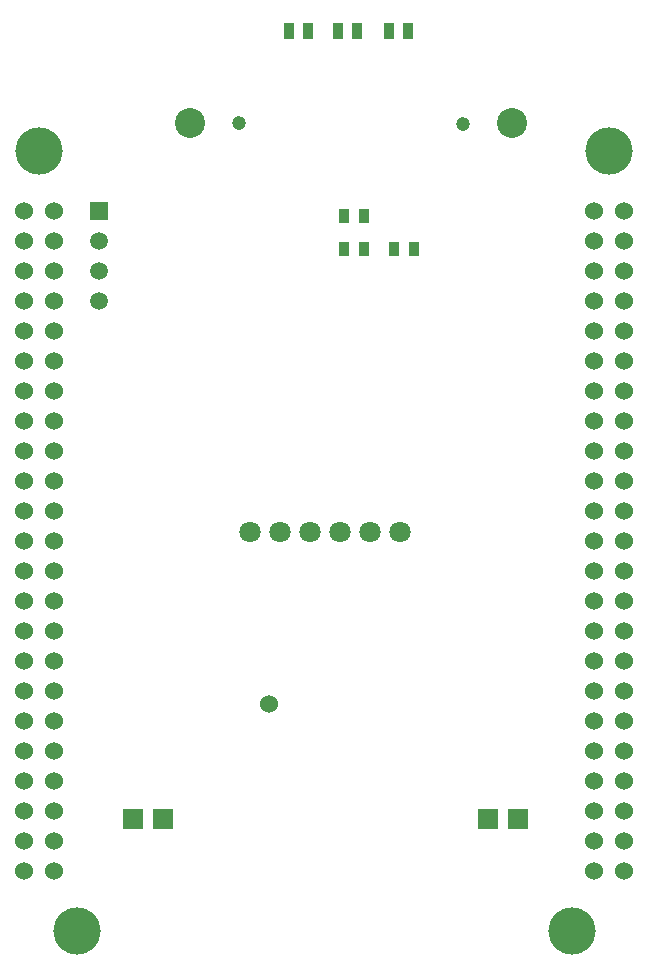
<source format=gbr>
G04 Layer_Color=255*
%FSLAX26Y26*%
%MOIN*%
%TF.FileFunction,Pads,Top*%
%TF.Part,Single*%
G01*
G75*
%TA.AperFunction,SMDPad,CuDef*%
%ADD10R,0.037402X0.053150*%
%ADD11R,0.033465X0.051181*%
%TA.AperFunction,ComponentPad*%
%ADD13C,0.157480*%
%ADD14C,0.060000*%
%TA.AperFunction,ViaPad*%
%ADD15C,0.060000*%
%TA.AperFunction,ComponentPad*%
%ADD16C,0.100000*%
%ADD17C,0.047000*%
%ADD18R,0.059055X0.059055*%
%ADD19C,0.059055*%
%ADD20R,0.070866X0.070866*%
%ADD21C,0.070866*%
D10*
X844740Y598992D02*
D03*
X781748D02*
D03*
X1006976D02*
D03*
X943984D02*
D03*
X1176976Y601229D02*
D03*
X1113985D02*
D03*
D11*
X1033464Y-15000D02*
D03*
X966536D02*
D03*
X1132224Y-125000D02*
D03*
X1199152D02*
D03*
X1033464D02*
D03*
X966536D02*
D03*
D13*
X1850000Y200000D02*
D03*
X-50000D02*
D03*
X75000Y-2400000D02*
D03*
X1725000D02*
D03*
D14*
X1800000Y0D02*
D03*
Y-100000D02*
D03*
Y-200000D02*
D03*
Y-300000D02*
D03*
Y-400000D02*
D03*
Y-500000D02*
D03*
Y-600000D02*
D03*
Y-700000D02*
D03*
Y-800000D02*
D03*
Y-900000D02*
D03*
Y-1000000D02*
D03*
Y-1100000D02*
D03*
Y-1200000D02*
D03*
Y-1300000D02*
D03*
Y-1400000D02*
D03*
Y-1500000D02*
D03*
Y-1600000D02*
D03*
Y-1700000D02*
D03*
Y-1800000D02*
D03*
Y-1900000D02*
D03*
Y-2000000D02*
D03*
Y-2100000D02*
D03*
Y-2200000D02*
D03*
X1900000Y-100000D02*
D03*
Y-200000D02*
D03*
Y-300000D02*
D03*
Y-400000D02*
D03*
Y-500000D02*
D03*
Y-600000D02*
D03*
Y-700000D02*
D03*
Y-800000D02*
D03*
Y-900000D02*
D03*
Y-1000000D02*
D03*
Y-1100000D02*
D03*
Y-1200000D02*
D03*
Y-1300000D02*
D03*
Y-1400000D02*
D03*
Y-1500000D02*
D03*
Y-1600000D02*
D03*
Y-1700000D02*
D03*
Y-1800000D02*
D03*
Y-1900000D02*
D03*
Y-2000000D02*
D03*
Y-2100000D02*
D03*
Y-2200000D02*
D03*
X0Y0D02*
D03*
X-100000D02*
D03*
Y-100000D02*
D03*
Y-200000D02*
D03*
Y-300000D02*
D03*
Y-400000D02*
D03*
Y-500000D02*
D03*
Y-600000D02*
D03*
Y-700000D02*
D03*
Y-800000D02*
D03*
Y-900000D02*
D03*
Y-1000000D02*
D03*
Y-1100000D02*
D03*
Y-1200000D02*
D03*
Y-1300000D02*
D03*
Y-1400000D02*
D03*
Y-1500000D02*
D03*
Y-1600000D02*
D03*
Y-1700000D02*
D03*
Y-1800000D02*
D03*
Y-1900000D02*
D03*
Y-2000000D02*
D03*
Y-2100000D02*
D03*
Y-2200000D02*
D03*
X0Y-100000D02*
D03*
Y-200000D02*
D03*
Y-300000D02*
D03*
Y-400000D02*
D03*
Y-500000D02*
D03*
Y-600000D02*
D03*
Y-700000D02*
D03*
Y-800000D02*
D03*
Y-900000D02*
D03*
Y-1000000D02*
D03*
Y-1100000D02*
D03*
Y-1200000D02*
D03*
Y-1300000D02*
D03*
Y-1400000D02*
D03*
Y-1500000D02*
D03*
Y-1600000D02*
D03*
Y-1700000D02*
D03*
Y-1800000D02*
D03*
Y-1900000D02*
D03*
Y-2000000D02*
D03*
Y-2100000D02*
D03*
Y-2200000D02*
D03*
X1900000Y0D02*
D03*
D15*
X714614Y-1643000D02*
D03*
D16*
X1524200Y293000D02*
D03*
X451800D02*
D03*
D17*
X613700D02*
D03*
X1362300Y291400D02*
D03*
D18*
X150000Y0D02*
D03*
D19*
Y-100000D02*
D03*
Y-200000D02*
D03*
Y-300000D02*
D03*
D20*
X262449Y-2027897D02*
D03*
X362449D02*
D03*
X1443551D02*
D03*
X1543551D02*
D03*
D21*
X1153000Y-1069000D02*
D03*
X1053000D02*
D03*
X953000D02*
D03*
X853000D02*
D03*
X753000D02*
D03*
X653000D02*
D03*
%TF.MD5,334f82612fb63441e5db19c490e3374e*%
M02*

</source>
